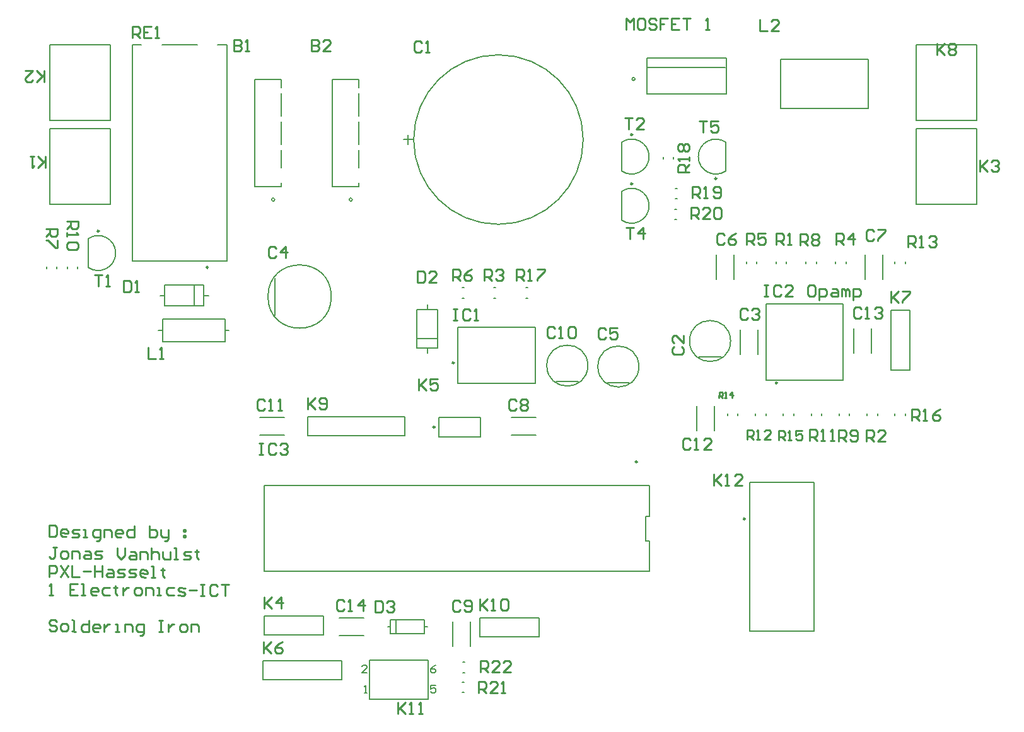
<source format=gbr>
G04*
G04 #@! TF.GenerationSoftware,Altium Limited,Altium Designer,23.2.1 (34)*
G04*
G04 Layer_Color=65535*
%FSLAX25Y25*%
%MOIN*%
G70*
G04*
G04 #@! TF.SameCoordinates,AA8C1714-0897-42F8-9FD5-1005084B58DB*
G04*
G04*
G04 #@! TF.FilePolarity,Positive*
G04*
G01*
G75*
%ADD10C,0.00984*%
%ADD11C,0.00787*%
%ADD12C,0.00600*%
%ADD13C,0.00591*%
%ADD14C,0.01000*%
D10*
X146492Y382114D02*
G03*
X146492Y382114I-492J0D01*
G01*
X472992Y409886D02*
G03*
X472992Y409886I-492J0D01*
G01*
X428492Y407114D02*
G03*
X428492Y407114I-492J0D01*
G01*
Y433114D02*
G03*
X428492Y433114I-492J0D01*
G01*
X487992Y230000D02*
G03*
X487992Y230000I-492J0D01*
G01*
X324008Y278500D02*
G03*
X324008Y278500I-492J0D01*
G01*
X334157Y312500D02*
G03*
X334157Y312500I-492J0D01*
G01*
X505051Y301886D02*
G03*
X505051Y301886I-492J0D01*
G01*
X204157Y362968D02*
G03*
X204157Y362968I-492J0D01*
G01*
X430992Y260073D02*
G03*
X430992Y260073I-492J0D01*
G01*
D11*
X140744Y362886D02*
G03*
X140742Y378113I5257J7614D01*
G01*
X477757Y429114D02*
G03*
X477758Y413887I-5257J-7614D01*
G01*
X422744Y387886D02*
G03*
X422742Y403113I5257J7614D01*
G01*
X422744Y413886D02*
G03*
X422742Y429113I5257J7614D01*
G01*
X140744Y362887D02*
Y378113D01*
X196618Y342764D02*
Y353236D01*
X178646Y348000D02*
X181264D01*
X201736D02*
X204354D01*
X201736Y342488D02*
Y353512D01*
X181264D02*
X201736D01*
X181264Y342488D02*
Y353512D01*
Y342488D02*
X201736D01*
X551432Y356492D02*
Y369508D01*
X560708Y356492D02*
Y369508D01*
X525614Y364882D02*
Y365867D01*
X520102Y364882D02*
Y365867D01*
X484256Y284508D02*
Y285492D01*
X478744Y284508D02*
Y285492D01*
X477756Y413887D02*
Y429113D01*
X422744Y387887D02*
Y403113D01*
Y413887D02*
Y429113D01*
X572756Y364882D02*
Y365867D01*
X567244Y364882D02*
Y365867D01*
X490476Y249409D02*
X524295D01*
X490476Y170591D02*
Y249409D01*
Y170591D02*
X524295D01*
Y249409D01*
X578556Y396271D02*
Y436271D01*
X610445Y396271D02*
Y436271D01*
X578556Y396271D02*
X610445D01*
X578556Y436271D02*
X610445D01*
X578556Y440500D02*
Y480500D01*
X610445Y440500D02*
Y480500D01*
X578556Y440500D02*
X610445D01*
X578556Y480500D02*
X610445D01*
X326016Y273303D02*
Y283697D01*
Y273303D02*
X347984D01*
Y283697D01*
X326016D02*
X347984D01*
X336028Y301476D02*
X376972D01*
X336028Y331398D02*
X376972D01*
X336028Y301476D02*
Y331398D01*
X376972Y301476D02*
Y331398D01*
X471638Y276492D02*
Y289508D01*
X462362Y276492D02*
Y289508D01*
X493494Y284508D02*
Y285492D01*
X499006Y284508D02*
Y285492D01*
X508244Y284508D02*
Y285492D01*
X513756Y284508D02*
Y285492D01*
X499106Y303421D02*
Y343579D01*
Y303421D02*
X539894D01*
Y343579D01*
X499106D02*
X539894D01*
X522994Y284508D02*
Y285492D01*
X528506Y284508D02*
Y285492D01*
X537744Y284508D02*
Y285492D01*
X543256Y284508D02*
Y285492D01*
X567244Y284508D02*
Y285492D01*
X572756Y284508D02*
Y285492D01*
X552494Y284508D02*
Y285492D01*
X558006Y284508D02*
Y285492D01*
X212996Y329500D02*
X215146D01*
X177854D02*
X180004D01*
Y323496D02*
Y335504D01*
Y323496D02*
X212996D01*
Y335504D01*
X180004D02*
X212996D01*
X463594Y315535D02*
X475406D01*
X338669Y148744D02*
X339654D01*
X338669Y154256D02*
X339654D01*
X338508Y143756D02*
X339492D01*
X338508Y138244D02*
X339492D01*
X450669Y393756D02*
X451654D01*
X450669Y388244D02*
X451654D01*
X451008Y404756D02*
X451992D01*
X451008Y399244D02*
X451992D01*
X444744Y420346D02*
Y421331D01*
X450256Y420346D02*
Y421331D01*
X120555Y440500D02*
X152444D01*
X120555Y480500D02*
X152444D01*
X120555Y440500D02*
Y480500D01*
X152444Y440500D02*
Y480500D01*
X120555Y396272D02*
X152444D01*
X120555Y436272D02*
X152444D01*
X120555Y396272D02*
Y436272D01*
X152444Y396272D02*
Y436271D01*
X124256Y362346D02*
Y363331D01*
X118744Y362346D02*
Y363331D01*
X129744Y362346D02*
Y363331D01*
X135256Y362346D02*
Y363331D01*
X320591Y134705D02*
Y155295D01*
X289409D02*
X320591D01*
X289409Y134705D02*
X320591D01*
X289409D02*
Y155295D01*
X415094Y302035D02*
X426906D01*
X239409Y337657D02*
Y357343D01*
X164000Y366413D02*
Y480587D01*
X209177D02*
X214000D01*
X179650D02*
X198350D01*
X164000D02*
X168823D01*
X214000Y366413D02*
Y480587D01*
X164000Y366413D02*
X214000D01*
X355258Y352256D02*
X356242D01*
X355258Y346744D02*
X356242D01*
X338508Y352256D02*
X339492D01*
X338508Y346744D02*
X339492D01*
X314764Y325382D02*
X325236D01*
X320000Y340736D02*
Y343354D01*
Y317646D02*
Y320264D01*
X314488D02*
X325512D01*
Y340736D01*
X314488D02*
X325512D01*
X314488Y320264D02*
Y340736D01*
X372008Y352256D02*
X372992D01*
X372008Y346744D02*
X372992D01*
X504388Y364882D02*
Y365867D01*
X509900Y364882D02*
Y365867D01*
X535816Y364882D02*
Y365867D01*
X541328Y364882D02*
Y365867D01*
X488674Y364882D02*
Y365867D01*
X494186Y364882D02*
Y365867D01*
X482138Y356492D02*
Y369508D01*
X472862Y356492D02*
Y369508D01*
X485362Y317038D02*
Y330055D01*
X494638Y317038D02*
Y330055D01*
X554638Y317492D02*
Y330508D01*
X545362Y317492D02*
Y330508D01*
X388094Y302535D02*
X399906D01*
X342638Y162492D02*
Y175508D01*
X333362Y162492D02*
Y175508D01*
X364492Y283638D02*
X377508D01*
X364492Y274362D02*
X377508D01*
X231445Y283638D02*
X244462D01*
X231445Y274362D02*
X244462D01*
X437375Y231357D02*
Y247563D01*
X435407Y231357D02*
X437375D01*
X435407Y218393D02*
Y231357D01*
Y218393D02*
X437375D01*
Y202187D02*
Y218393D01*
X233625Y202187D02*
X437375D01*
X233625D02*
Y247563D01*
X437375D01*
X347752Y177500D02*
X379248D01*
X347752Y167500D02*
Y177500D01*
Y167500D02*
X379248D01*
Y177500D01*
X256752Y284000D02*
X308248D01*
X256752Y274000D02*
Y284000D01*
Y274000D02*
X308248D01*
Y284000D01*
X233252Y145000D02*
Y155000D01*
X274748D01*
Y145000D02*
Y155000D01*
X233252Y145000D02*
X274748D01*
X233752Y168500D02*
X265248D01*
Y178500D01*
X233752D02*
X265248D01*
X233752Y168500D02*
Y178500D01*
X300524Y176760D02*
X318476D01*
Y169240D02*
Y176760D01*
X300524Y169240D02*
X318476D01*
X300524D02*
Y176760D01*
X303594Y169634D02*
Y176366D01*
X298949Y173000D02*
X300524D01*
X318476D02*
X320051D01*
X273445Y168362D02*
X286462D01*
X273445Y177638D02*
X286462D01*
X565000Y308752D02*
Y340248D01*
Y308752D02*
X575000D01*
Y340248D01*
X565000D02*
X575000D01*
D12*
X402400Y430500D02*
G03*
X402400Y430500I-44800J0D01*
G01*
X239300Y398750D02*
G03*
X239300Y398750I-800J0D01*
G01*
X280300D02*
G03*
X280300Y398750I-800J0D01*
G01*
X429850Y462500D02*
G03*
X429850Y462500I-800J0D01*
G01*
X307300Y430500D02*
X312300D01*
X309800Y428000D02*
Y433000D01*
X242748Y443015D02*
Y454985D01*
Y428015D02*
Y439985D01*
Y415486D02*
Y424985D01*
X228748Y405750D02*
X242748D01*
X228748D02*
Y462250D01*
X242748D01*
Y405750D02*
Y407514D01*
Y458015D02*
Y462250D01*
X283748Y458015D02*
Y462250D01*
Y405750D02*
Y407514D01*
X269748Y462250D02*
X283748D01*
X269748Y405750D02*
Y462250D01*
Y405750D02*
X283748D01*
Y415486D02*
Y424985D01*
Y428015D02*
Y439985D01*
Y443015D02*
Y454985D01*
X436550Y468630D02*
X477450D01*
X436050Y454730D02*
X477950D01*
Y473630D01*
X436050D02*
X477950D01*
X436050Y454730D02*
Y473630D01*
X506750Y446900D02*
Y473100D01*
X553250Y446900D02*
Y473100D01*
X506750Y446900D02*
X553250D01*
X506750Y473100D02*
X553250D01*
X324477Y152542D02*
X323144Y151876D01*
X321811Y150543D01*
Y149210D01*
X322478Y148543D01*
X323810D01*
X324477Y149210D01*
Y149876D01*
X323810Y150543D01*
X321811D01*
X324477Y141912D02*
X321811D01*
Y139913D01*
X323144Y140579D01*
X323810D01*
X324477Y139913D01*
Y138580D01*
X323810Y137913D01*
X322478D01*
X321811Y138580D01*
X288099Y148543D02*
X285433D01*
X288099Y151209D01*
Y151876D01*
X287432Y152542D01*
X286100D01*
X285433Y151876D01*
X286614Y137913D02*
X287947D01*
X287281D01*
Y141912D01*
X286614Y141246D01*
D13*
X480327Y324000D02*
G03*
X480327Y324000I-10827J0D01*
G01*
X431827Y310500D02*
G03*
X431827Y310500I-10827J0D01*
G01*
X269232Y347500D02*
G03*
X269232Y347500I-16732J0D01*
G01*
X404827Y311000D02*
G03*
X404827Y311000I-10827J0D01*
G01*
D14*
X489002Y272001D02*
Y276999D01*
X491501D01*
X492334Y276166D01*
Y274500D01*
X491501Y273667D01*
X489002D01*
X490668D02*
X492334Y272001D01*
X494000D02*
X495667D01*
X494834D01*
Y276999D01*
X494000Y276166D01*
X501498Y272001D02*
X498166D01*
X501498Y275333D01*
Y276166D01*
X500665Y276999D01*
X498999D01*
X498166Y276166D01*
X120201Y226481D02*
X120181Y220483D01*
X123180Y220473D01*
X124183Y221469D01*
X124197Y225468D01*
X123200Y226471D01*
X120201Y226481D01*
X129178Y220453D02*
X127179Y220460D01*
X126182Y221462D01*
X126189Y223462D01*
X127192Y224458D01*
X129192Y224451D01*
X130188Y223448D01*
X130184Y222448D01*
X126186Y222462D01*
X132177Y220442D02*
X135176Y220432D01*
X136179Y221428D01*
X135183Y222431D01*
X133183Y222438D01*
X132187Y223441D01*
X133190Y224438D01*
X136189Y224427D01*
X138175Y220422D02*
X140174Y220415D01*
X139175Y220419D01*
X139188Y224417D01*
X138189Y224421D01*
X145166Y218399D02*
X146166Y218395D01*
X147169Y219391D01*
X147186Y224390D01*
X144187Y224400D01*
X143184Y223404D01*
X143177Y221405D01*
X144173Y220402D01*
X147172Y220391D01*
X149171Y220384D02*
X149185Y224383D01*
X152184Y224373D01*
X153180Y223370D01*
X153170Y220371D01*
X158168Y220354D02*
X156169Y220360D01*
X155173Y221364D01*
X155180Y223363D01*
X156183Y224359D01*
X158182Y224352D01*
X159178Y223349D01*
X159175Y222350D01*
X155176Y222363D01*
X165187Y226328D02*
X165166Y220330D01*
X162167Y220340D01*
X161171Y221343D01*
X161178Y223342D01*
X162181Y224339D01*
X165180Y224328D01*
X173184Y226301D02*
X173163Y220303D01*
X176162Y220292D01*
X177165Y221288D01*
X177169Y222288D01*
X177172Y223288D01*
X176176Y224291D01*
X173177Y224301D01*
X179175Y224281D02*
X179165Y221282D01*
X180161Y220279D01*
X183160Y220268D01*
X183157Y219269D01*
X182154Y218272D01*
X181154Y218276D01*
X183160Y220268D02*
X183174Y224267D01*
X191171Y224240D02*
X192171Y224236D01*
X192167Y223237D01*
X191168Y223240D01*
X191171Y224240D01*
X191161Y221241D02*
X192160Y221237D01*
X192157Y220238D01*
X191157Y220241D01*
X191161Y221241D01*
X124160Y214871D02*
X122161Y214878D01*
X123161Y214874D01*
X123144Y209876D01*
X122141Y208880D01*
X121141Y208883D01*
X120145Y209886D01*
X127139Y208862D02*
X129138Y208856D01*
X130141Y209852D01*
X130148Y211851D01*
X129152Y212854D01*
X127153Y212861D01*
X126149Y211865D01*
X126143Y209866D01*
X127139Y208862D01*
X132137Y208845D02*
X132151Y212844D01*
X135150Y212834D01*
X136146Y211831D01*
X136136Y208832D01*
X139149Y212820D02*
X141148Y212813D01*
X142144Y211810D01*
X142134Y208811D01*
X139135Y208822D01*
X138139Y209825D01*
X139142Y210821D01*
X142141Y210811D01*
X144133Y208804D02*
X147132Y208794D01*
X148135Y209790D01*
X147139Y210794D01*
X145140Y210800D01*
X144144Y211804D01*
X145147Y212800D01*
X148146Y212790D01*
X156150Y214762D02*
X156136Y210763D01*
X158129Y208757D01*
X160135Y210749D01*
X160149Y214748D01*
X163141Y212738D02*
X165140Y212732D01*
X166136Y211729D01*
X166126Y208729D01*
X163127Y208740D01*
X162131Y209743D01*
X163134Y210739D01*
X166133Y210729D01*
X168125Y208723D02*
X168139Y212721D01*
X171138Y212711D01*
X172134Y211708D01*
X172124Y208709D01*
X174144Y214700D02*
X174124Y208702D01*
X174134Y211701D01*
X175137Y212697D01*
X177136Y212691D01*
X178132Y211687D01*
X178122Y208688D01*
X180135Y212680D02*
X180125Y209681D01*
X181121Y208678D01*
X184120Y208668D01*
X184134Y212667D01*
X186119Y208661D02*
X188119Y208654D01*
X187119Y208658D01*
X187140Y214656D01*
X186140Y214659D01*
X191118Y208644D02*
X194117Y208634D01*
X195120Y209630D01*
X194124Y210633D01*
X192124Y210640D01*
X191128Y211643D01*
X192131Y212639D01*
X195130Y212629D01*
X198133Y213619D02*
X198129Y212619D01*
X197130Y212622D01*
X199129Y212615D01*
X198129Y212619D01*
X198119Y209620D01*
X199115Y208617D01*
X120108Y199289D02*
X120129Y205287D01*
X123128Y205276D01*
X124124Y204274D01*
X124117Y202274D01*
X123114Y201278D01*
X120115Y201288D01*
X126127Y205266D02*
X130105Y199255D01*
X130126Y205253D02*
X126107Y199268D01*
X132125Y205246D02*
X132105Y199248D01*
X136103Y199234D01*
X138113Y202226D02*
X142112Y202213D01*
X144121Y205205D02*
X144101Y199207D01*
X144111Y202206D01*
X148109Y202192D01*
X148120Y205191D01*
X148099Y199193D01*
X151112Y203182D02*
X153111Y203175D01*
X154107Y202172D01*
X154097Y199173D01*
X151098Y199183D01*
X150102Y200186D01*
X151105Y201182D01*
X154104Y201172D01*
X156097Y199166D02*
X159096Y199156D01*
X160099Y200152D01*
X159102Y201155D01*
X157103Y201162D01*
X156107Y202165D01*
X157110Y203161D01*
X160109Y203151D01*
X162095Y199145D02*
X165094Y199135D01*
X166097Y200132D01*
X165101Y201135D01*
X163101Y201141D01*
X162105Y202145D01*
X163108Y203141D01*
X166107Y203131D01*
X171092Y199115D02*
X169092Y199122D01*
X168096Y200125D01*
X168103Y202124D01*
X169106Y203120D01*
X171105Y203113D01*
X172102Y202110D01*
X172098Y201111D01*
X168099Y201124D01*
X174091Y199104D02*
X176090Y199098D01*
X175090Y199101D01*
X175111Y205099D01*
X174111Y205102D01*
X180106Y204082D02*
X180102Y203083D01*
X179103Y203086D01*
X181102Y203079D01*
X180102Y203083D01*
X180092Y200084D01*
X181088Y199081D01*
X120076Y189691D02*
X122075Y189684D01*
X121075Y189688D01*
X121096Y195686D01*
X120093Y194690D01*
X135091Y195638D02*
X131093Y195652D01*
X131072Y189654D01*
X135071Y189640D01*
X131082Y192653D02*
X133082Y192646D01*
X137070Y189633D02*
X139069Y189626D01*
X138070Y189630D01*
X138090Y195628D01*
X137091Y195631D01*
X145068Y189606D02*
X143068Y189613D01*
X142072Y190616D01*
X142079Y192615D01*
X143082Y193611D01*
X145081Y193605D01*
X146077Y192601D01*
X146074Y191602D01*
X142075Y191615D01*
X152079Y193581D02*
X149080Y193591D01*
X148077Y192595D01*
X148070Y190595D01*
X149066Y189592D01*
X152065Y189582D01*
X155081Y194570D02*
X155078Y193570D01*
X154078Y193574D01*
X156078Y193567D01*
X155078Y193570D01*
X155068Y190571D01*
X156064Y189568D01*
X159076Y193557D02*
X159063Y189558D01*
X159070Y191557D01*
X160073Y192554D01*
X161076Y193550D01*
X162075Y193546D01*
X166061Y189534D02*
X168060Y189527D01*
X169063Y190524D01*
X169070Y192523D01*
X168074Y193526D01*
X166074Y193533D01*
X165071Y192537D01*
X165064Y190537D01*
X166061Y189534D01*
X171059Y189517D02*
X171073Y193516D01*
X174072Y193506D01*
X175068Y192502D01*
X175058Y189504D01*
X177057Y189497D02*
X179056Y189490D01*
X178057Y189493D01*
X178070Y193492D01*
X177071Y193495D01*
X186068Y193465D02*
X183069Y193475D01*
X182066Y192479D01*
X182059Y190479D01*
X183055Y189476D01*
X186054Y189466D01*
X188053Y189459D02*
X191052Y189449D01*
X192055Y190445D01*
X191059Y191448D01*
X189060Y191455D01*
X188064Y192458D01*
X189067Y193454D01*
X192066Y193444D01*
X194062Y192438D02*
X198060Y192424D01*
X200070Y195416D02*
X202069Y195409D01*
X201069Y195413D01*
X201049Y189415D01*
X200049Y189418D01*
X202049Y189411D01*
X209064Y194386D02*
X208067Y195389D01*
X206068Y195396D01*
X205065Y194399D01*
X205051Y190401D01*
X206047Y189398D01*
X208047Y189391D01*
X209050Y190387D01*
X211066Y195379D02*
X215065Y195365D01*
X213066Y195372D01*
X213045Y189374D01*
X124026Y175481D02*
X123030Y176484D01*
X121030Y176490D01*
X120027Y175494D01*
X120024Y174495D01*
X121020Y173492D01*
X123020Y173485D01*
X124016Y172482D01*
X124012Y171482D01*
X123009Y170486D01*
X121010Y170492D01*
X120014Y171496D01*
X127008Y170472D02*
X129007Y170465D01*
X130010Y171461D01*
X130017Y173461D01*
X129021Y174464D01*
X127022Y174471D01*
X126019Y173475D01*
X126012Y171475D01*
X127008Y170472D01*
X132006Y170455D02*
X134006Y170448D01*
X133006Y170452D01*
X133026Y176450D01*
X132027Y176453D01*
X141024Y176422D02*
X141003Y170424D01*
X138004Y170434D01*
X137008Y171438D01*
X137015Y173437D01*
X138018Y174433D01*
X141017Y174423D01*
X146002Y170407D02*
X144002Y170414D01*
X143006Y171417D01*
X143013Y173416D01*
X144016Y174413D01*
X146015Y174406D01*
X147012Y173403D01*
X147008Y172403D01*
X143009Y172417D01*
X149014Y174396D02*
X149001Y170397D01*
X149007Y172396D01*
X150011Y173393D01*
X151014Y174389D01*
X152013Y174385D01*
X154999Y170377D02*
X156998Y170370D01*
X155998Y170373D01*
X156012Y174372D01*
X155012Y174375D01*
X159997Y170359D02*
X160011Y174358D01*
X163010Y174348D01*
X164006Y173345D01*
X163996Y170346D01*
X167988Y168333D02*
X168987Y168329D01*
X169990Y169326D01*
X170007Y174324D01*
X167008Y174334D01*
X166005Y173338D01*
X165998Y171339D01*
X166995Y170336D01*
X169994Y170325D01*
X178012Y176296D02*
X180011Y176289D01*
X179011Y176293D01*
X178991Y170295D01*
X177991Y170298D01*
X179990Y170291D01*
X183003Y174280D02*
X182990Y170281D01*
X182996Y172280D01*
X183999Y173277D01*
X185003Y174273D01*
X186002Y174269D01*
X189987Y170257D02*
X191987Y170250D01*
X192990Y171247D01*
X192996Y173246D01*
X192000Y174249D01*
X190001Y174256D01*
X188998Y173259D01*
X188991Y171260D01*
X189987Y170257D01*
X194985Y170240D02*
X194999Y174239D01*
X197998Y174229D01*
X198995Y173225D01*
X198984Y170226D01*
X217700Y483198D02*
Y477200D01*
X220699D01*
X221699Y478200D01*
Y479199D01*
X220699Y480199D01*
X217700D01*
X220699D01*
X221699Y481199D01*
Y482198D01*
X220699Y483198D01*
X217700D01*
X223698Y477200D02*
X225697D01*
X224698D01*
Y483198D01*
X223698Y482198D01*
X258700Y483198D02*
Y477200D01*
X261699D01*
X262699Y478200D01*
Y479199D01*
X261699Y480199D01*
X258700D01*
X261699D01*
X262699Y481199D01*
Y482198D01*
X261699Y483198D01*
X258700D01*
X268697Y477200D02*
X264698D01*
X268697Y481199D01*
Y482198D01*
X267697Y483198D01*
X265698D01*
X264698Y482198D01*
X463800Y440198D02*
X467799D01*
X465799D01*
Y434200D01*
X473797Y440198D02*
X469798D01*
Y437199D01*
X471797Y438199D01*
X472797D01*
X473797Y437199D01*
Y435200D01*
X472797Y434200D01*
X470798D01*
X469798Y435200D01*
X425002Y383999D02*
X429000D01*
X427001D01*
Y378001D01*
X433999D02*
Y383999D01*
X431000Y381000D01*
X434998D01*
X424502Y441999D02*
X428500D01*
X426501D01*
Y436001D01*
X434498D02*
X430500D01*
X434498Y440000D01*
Y440999D01*
X433499Y441999D01*
X431499D01*
X430500Y440999D01*
X144001Y358999D02*
X148000D01*
X146001D01*
Y353001D01*
X149999D02*
X151999D01*
X150999D01*
Y358999D01*
X149999Y357999D01*
X164200Y484400D02*
Y490398D01*
X167199D01*
X168199Y489398D01*
Y487399D01*
X167199Y486399D01*
X164200D01*
X166199D02*
X168199Y484400D01*
X174197Y490398D02*
X170198D01*
Y484400D01*
X174197D01*
X170198Y487399D02*
X172197D01*
X176196Y484400D02*
X178196D01*
X177196D01*
Y490398D01*
X176196Y489398D01*
X348164Y149001D02*
Y154999D01*
X351163D01*
X352163Y153999D01*
Y152000D01*
X351163Y151000D01*
X348164D01*
X350163D02*
X352163Y149001D01*
X358161D02*
X354162D01*
X358161Y153000D01*
Y153999D01*
X357161Y154999D01*
X355162D01*
X354162Y153999D01*
X364159Y149001D02*
X360160D01*
X364159Y153000D01*
Y153999D01*
X363159Y154999D01*
X361160D01*
X360160Y153999D01*
X347002Y138001D02*
Y143999D01*
X350001D01*
X351001Y142999D01*
Y141000D01*
X350001Y140000D01*
X347002D01*
X349002D02*
X351001Y138001D01*
X356999D02*
X353000D01*
X356999Y142000D01*
Y142999D01*
X355999Y143999D01*
X354000D01*
X353000Y142999D01*
X358998Y138001D02*
X360998D01*
X359998D01*
Y143999D01*
X358998Y142999D01*
X459503Y388501D02*
Y394499D01*
X462502D01*
X463501Y393499D01*
Y391500D01*
X462502Y390500D01*
X459503D01*
X461502D02*
X463501Y388501D01*
X469499D02*
X465501D01*
X469499Y392500D01*
Y393499D01*
X468500Y394499D01*
X466500D01*
X465501Y393499D01*
X471499D02*
X472498Y394499D01*
X474498D01*
X475497Y393499D01*
Y389501D01*
X474498Y388501D01*
X472498D01*
X471499Y389501D01*
Y393499D01*
X460164Y399501D02*
Y405499D01*
X463163D01*
X464163Y404499D01*
Y402500D01*
X463163Y401500D01*
X460164D01*
X462163D02*
X464163Y399501D01*
X466162D02*
X468161D01*
X467162D01*
Y405499D01*
X466162Y404499D01*
X471160Y400501D02*
X472160Y399501D01*
X474159D01*
X475159Y400501D01*
Y404499D01*
X474159Y405499D01*
X472160D01*
X471160Y404499D01*
Y403500D01*
X472160Y402500D01*
X475159D01*
X458499Y413341D02*
X452501D01*
Y416340D01*
X453501Y417340D01*
X455500D01*
X456500Y416340D01*
Y413341D01*
Y415340D02*
X458499Y417340D01*
Y419339D02*
Y421338D01*
Y420339D01*
X452501D01*
X453501Y419339D01*
Y424337D02*
X452501Y425337D01*
Y427337D01*
X453501Y428336D01*
X454500D01*
X455500Y427337D01*
X456500Y428336D01*
X457499D01*
X458499Y427337D01*
Y425337D01*
X457499Y424337D01*
X456500D01*
X455500Y425337D01*
X454500Y424337D01*
X453501D01*
X455500Y425337D02*
Y427337D01*
X367000Y356100D02*
Y362098D01*
X369999D01*
X370999Y361098D01*
Y359099D01*
X369999Y358099D01*
X367000D01*
X368999D02*
X370999Y356100D01*
X372998D02*
X374997D01*
X373998D01*
Y362098D01*
X372998Y361098D01*
X377996Y362098D02*
X381995D01*
Y361098D01*
X377996Y357100D01*
Y356100D01*
X576002Y282001D02*
Y287999D01*
X579002D01*
X580001Y286999D01*
Y285000D01*
X579002Y284000D01*
X576002D01*
X578002D02*
X580001Y282001D01*
X582000D02*
X584000D01*
X583000D01*
Y287999D01*
X582000Y286999D01*
X590998Y287999D02*
X588998Y286999D01*
X586999Y285000D01*
Y283001D01*
X587998Y282001D01*
X589998D01*
X590998Y283001D01*
Y284000D01*
X589998Y285000D01*
X586999D01*
X505752Y271501D02*
Y276499D01*
X508251D01*
X509084Y275666D01*
Y274000D01*
X508251Y273167D01*
X505752D01*
X507418D02*
X509084Y271501D01*
X510750D02*
X512417D01*
X511584D01*
Y276499D01*
X510750Y275666D01*
X518248Y276499D02*
X514916D01*
Y274000D01*
X516582Y274833D01*
X517415D01*
X518248Y274000D01*
Y272334D01*
X517415Y271501D01*
X515749D01*
X514916Y272334D01*
X474225Y294069D02*
X474279Y297068D01*
X475778Y297040D01*
X476269Y296532D01*
X476251Y295532D01*
X475742Y295041D01*
X474243Y295069D01*
X475242Y295051D02*
X476224Y294033D01*
X477223Y294014D02*
X478223Y293996D01*
X477723Y294005D01*
X477777Y297004D01*
X477269Y296513D01*
X481221Y293941D02*
X481276Y296940D01*
X479749Y295468D01*
X481748Y295432D01*
X574002Y373501D02*
Y379499D01*
X577001D01*
X578001Y378499D01*
Y376500D01*
X577001Y375500D01*
X574002D01*
X576002D02*
X578001Y373501D01*
X580000D02*
X582000D01*
X581000D01*
Y379499D01*
X580000Y378499D01*
X584999D02*
X585998Y379499D01*
X587998D01*
X588998Y378499D01*
Y377500D01*
X587998Y376500D01*
X586998D01*
X587998D01*
X588998Y375500D01*
Y374501D01*
X587998Y373501D01*
X585998D01*
X584999Y374501D01*
X522252Y271340D02*
Y277338D01*
X525251D01*
X526251Y276338D01*
Y274339D01*
X525251Y273339D01*
X522252D01*
X524252D02*
X526251Y271340D01*
X528250D02*
X530250D01*
X529250D01*
Y277338D01*
X528250Y276338D01*
X533249Y271340D02*
X535248D01*
X534248D01*
Y277338D01*
X533249Y276338D01*
X129501Y387336D02*
X135499D01*
Y384337D01*
X134499Y383337D01*
X132500D01*
X131500Y384337D01*
Y387336D01*
Y385337D02*
X129501Y383337D01*
Y381338D02*
Y379339D01*
Y380338D01*
X135499D01*
X134499Y381338D01*
Y376340D02*
X135499Y375340D01*
Y373341D01*
X134499Y372341D01*
X130501D01*
X129501Y373341D01*
Y375340D01*
X130501Y376340D01*
X134499D01*
X537502Y271001D02*
Y276999D01*
X540501D01*
X541500Y275999D01*
Y274000D01*
X540501Y273000D01*
X537502D01*
X539501D02*
X541500Y271001D01*
X543500Y272001D02*
X544499Y271001D01*
X546499D01*
X547498Y272001D01*
Y275999D01*
X546499Y276999D01*
X544499D01*
X543500Y275999D01*
Y275000D01*
X544499Y274000D01*
X547498D01*
X517002Y374501D02*
Y380499D01*
X520001D01*
X521000Y379499D01*
Y377500D01*
X520001Y376500D01*
X517002D01*
X519001D02*
X521000Y374501D01*
X523000Y379499D02*
X523999Y380499D01*
X525999D01*
X526998Y379499D01*
Y378500D01*
X525999Y377500D01*
X526998Y376500D01*
Y375501D01*
X525999Y374501D01*
X523999D01*
X523000Y375501D01*
Y376500D01*
X523999Y377500D01*
X523000Y378500D01*
Y379499D01*
X523999Y377500D02*
X525999D01*
X118501Y383337D02*
X124499D01*
Y380338D01*
X123499Y379338D01*
X121500D01*
X120500Y380338D01*
Y383337D01*
Y381338D02*
X118501Y379338D01*
X124499Y377339D02*
Y373340D01*
X123499D01*
X119501Y377339D01*
X118501D01*
X333500Y356100D02*
Y362098D01*
X336499D01*
X337499Y361098D01*
Y359099D01*
X336499Y358099D01*
X333500D01*
X335499D02*
X337499Y356100D01*
X343497Y362098D02*
X341497Y361098D01*
X339498Y359099D01*
Y357100D01*
X340498Y356100D01*
X342497D01*
X343497Y357100D01*
Y358099D01*
X342497Y359099D01*
X339498D01*
X488830Y374874D02*
Y380873D01*
X491829D01*
X492829Y379873D01*
Y377873D01*
X491829Y376874D01*
X488830D01*
X490830D02*
X492829Y374874D01*
X498827Y380873D02*
X494828D01*
Y377873D01*
X496828Y378873D01*
X497827D01*
X498827Y377873D01*
Y375874D01*
X497827Y374874D01*
X495828D01*
X494828Y375874D01*
X535972Y374874D02*
Y380873D01*
X538971D01*
X539971Y379873D01*
Y377873D01*
X538971Y376874D01*
X535972D01*
X537971D02*
X539971Y374874D01*
X544969D02*
Y380873D01*
X541970Y377873D01*
X545969D01*
X350211Y356100D02*
Y362098D01*
X353210D01*
X354210Y361098D01*
Y359099D01*
X353210Y358099D01*
X350211D01*
X352211D02*
X354210Y356100D01*
X356209Y361098D02*
X357209Y362098D01*
X359208D01*
X360208Y361098D01*
Y360099D01*
X359208Y359099D01*
X358209D01*
X359208D01*
X360208Y358099D01*
Y357100D01*
X359208Y356100D01*
X357209D01*
X356209Y357100D01*
X552252Y271001D02*
Y276999D01*
X555251D01*
X556250Y275999D01*
Y274000D01*
X555251Y273000D01*
X552252D01*
X554251D02*
X556250Y271001D01*
X562248D02*
X558250D01*
X562248Y275000D01*
Y275999D01*
X561249Y276999D01*
X559249D01*
X558250Y275999D01*
X504544Y374874D02*
Y380873D01*
X507543D01*
X508543Y379873D01*
Y377873D01*
X507543Y376874D01*
X504544D01*
X506543D02*
X508543Y374874D01*
X510542D02*
X512541D01*
X511542D01*
Y380873D01*
X510542Y379873D01*
X425000Y488600D02*
Y494598D01*
X426999Y492599D01*
X428999Y494598D01*
Y488600D01*
X433997Y494598D02*
X431998D01*
X430998Y493598D01*
Y489600D01*
X431998Y488600D01*
X433997D01*
X434997Y489600D01*
Y493598D01*
X433997Y494598D01*
X440995Y493598D02*
X439995Y494598D01*
X437996D01*
X436996Y493598D01*
Y492599D01*
X437996Y491599D01*
X439995D01*
X440995Y490599D01*
Y489600D01*
X439995Y488600D01*
X437996D01*
X436996Y489600D01*
X446993Y494598D02*
X442994D01*
Y491599D01*
X444993D01*
X442994D01*
Y488600D01*
X452991Y494598D02*
X448992D01*
Y488600D01*
X452991D01*
X448992Y491599D02*
X450992D01*
X454990Y494598D02*
X458989D01*
X456990D01*
Y488600D01*
X466986D02*
X468986D01*
X467986D01*
Y494598D01*
X466986Y493598D01*
X495800Y494098D02*
Y488100D01*
X499799D01*
X505797D02*
X501798D01*
X505797Y492099D01*
Y493098D01*
X504797Y494098D01*
X502798D01*
X501798Y493098D01*
X172501Y320499D02*
Y314501D01*
X176500D01*
X178499D02*
X180499D01*
X179499D01*
Y320499D01*
X178499Y319499D01*
X471502Y253499D02*
Y247501D01*
Y249500D01*
X475501Y253499D01*
X472502Y250500D01*
X475501Y247501D01*
X477500D02*
X479500D01*
X478500D01*
Y253499D01*
X477500Y252499D01*
X486498Y247501D02*
X482499D01*
X486498Y251500D01*
Y252499D01*
X485498Y253499D01*
X483498D01*
X482499Y252499D01*
X304502Y132999D02*
Y127001D01*
Y129000D01*
X308501Y132999D01*
X305502Y130000D01*
X308501Y127001D01*
X310500D02*
X312499D01*
X311500D01*
Y132999D01*
X310500Y131999D01*
X315498Y127001D02*
X317498D01*
X316498D01*
Y132999D01*
X315498Y131999D01*
X347800Y187498D02*
Y181500D01*
Y183499D01*
X351799Y187498D01*
X348800Y184499D01*
X351799Y181500D01*
X353798D02*
X355797D01*
X354798D01*
Y187498D01*
X353798Y186498D01*
X358796D02*
X359796Y187498D01*
X361795D01*
X362795Y186498D01*
Y182500D01*
X361795Y181500D01*
X359796D01*
X358796Y182500D01*
Y186498D01*
X256800Y293998D02*
Y288000D01*
Y289999D01*
X260799Y293998D01*
X257800Y290999D01*
X260799Y288000D01*
X262798Y289000D02*
X263798Y288000D01*
X265797D01*
X266797Y289000D01*
Y292998D01*
X265797Y293998D01*
X263798D01*
X262798Y292998D01*
Y291999D01*
X263798Y290999D01*
X266797D01*
X589500Y481298D02*
Y475300D01*
Y477299D01*
X593499Y481298D01*
X590500Y478299D01*
X593499Y475300D01*
X595498Y480298D02*
X596498Y481298D01*
X598497D01*
X599497Y480298D01*
Y479299D01*
X598497Y478299D01*
X599497Y477299D01*
Y476300D01*
X598497Y475300D01*
X596498D01*
X595498Y476300D01*
Y477299D01*
X596498Y478299D01*
X595498Y479299D01*
Y480298D01*
X596498Y478299D02*
X598497D01*
X565000Y350198D02*
Y344200D01*
Y346199D01*
X568999Y350198D01*
X566000Y347199D01*
X568999Y344200D01*
X570998Y350198D02*
X574997D01*
Y349198D01*
X570998Y345200D01*
Y344200D01*
X233300Y164998D02*
Y159000D01*
Y160999D01*
X237299Y164998D01*
X234300Y161999D01*
X237299Y159000D01*
X243297Y164998D02*
X241297Y163998D01*
X239298Y161999D01*
Y160000D01*
X240298Y159000D01*
X242297D01*
X243297Y160000D01*
Y160999D01*
X242297Y161999D01*
X239298D01*
X315300Y303898D02*
Y297900D01*
Y299899D01*
X319299Y303898D01*
X316300Y300899D01*
X319299Y297900D01*
X325297Y303898D02*
X321298D01*
Y300899D01*
X323297Y301899D01*
X324297D01*
X325297Y300899D01*
Y298900D01*
X324297Y297900D01*
X322298D01*
X321298Y298900D01*
X233800Y188498D02*
Y182500D01*
Y184499D01*
X237799Y188498D01*
X234800Y185499D01*
X237799Y182500D01*
X242797D02*
Y188498D01*
X239798Y185499D01*
X243797D01*
X612002Y419770D02*
Y413772D01*
Y415772D01*
X616000Y419770D01*
X613001Y416771D01*
X616000Y413772D01*
X618000Y418771D02*
X618999Y419770D01*
X620999D01*
X621998Y418771D01*
Y417771D01*
X620999Y416771D01*
X619999D01*
X620999D01*
X621998Y415772D01*
Y414772D01*
X620999Y413772D01*
X618999D01*
X618000Y414772D01*
X117498Y461001D02*
Y466999D01*
Y465000D01*
X113500Y461001D01*
X116499Y464000D01*
X113500Y466999D01*
X107502D02*
X111500D01*
X107502Y463000D01*
Y462001D01*
X108501Y461001D01*
X110501D01*
X111500Y462001D01*
X117999Y415772D02*
Y421770D01*
Y419771D01*
X114000Y415772D01*
X116999Y418771D01*
X114000Y421770D01*
X112001D02*
X110001D01*
X111001D01*
Y415772D01*
X112001Y416772D01*
X231000Y270098D02*
X232999D01*
X232000D01*
Y264100D01*
X231000D01*
X232999D01*
X239997Y269098D02*
X238997Y270098D01*
X236998D01*
X235998Y269098D01*
Y265100D01*
X236998Y264100D01*
X238997D01*
X239997Y265100D01*
X241996Y269098D02*
X242996Y270098D01*
X244995D01*
X245995Y269098D01*
Y268099D01*
X244995Y267099D01*
X243996D01*
X244995D01*
X245995Y266099D01*
Y265100D01*
X244995Y264100D01*
X242996D01*
X241996Y265100D01*
X498008Y353499D02*
X500008D01*
X499008D01*
Y347501D01*
X498008D01*
X500008D01*
X507005Y352499D02*
X506006Y353499D01*
X504006D01*
X503007Y352499D01*
Y348500D01*
X504006Y347501D01*
X506006D01*
X507005Y348500D01*
X513003Y347501D02*
X509005D01*
X513003Y351499D01*
Y352499D01*
X512004Y353499D01*
X510004D01*
X509005Y352499D01*
X524000Y353499D02*
X522001D01*
X521001Y352499D01*
Y348500D01*
X522001Y347501D01*
X524000D01*
X525000Y348500D01*
Y352499D01*
X524000Y353499D01*
X526999Y345501D02*
Y351499D01*
X529998D01*
X530998Y350500D01*
Y348500D01*
X529998Y347501D01*
X526999D01*
X533997Y351499D02*
X535996D01*
X536996Y350500D01*
Y347501D01*
X533997D01*
X532997Y348500D01*
X533997Y349500D01*
X536996D01*
X538995Y347501D02*
Y351499D01*
X539995D01*
X540994Y350500D01*
Y347501D01*
Y350500D01*
X541994Y351499D01*
X542994Y350500D01*
Y347501D01*
X544993Y345501D02*
Y351499D01*
X547992D01*
X548992Y350500D01*
Y348500D01*
X547992Y347501D01*
X544993D01*
X333700Y340898D02*
X335699D01*
X334700D01*
Y334900D01*
X333700D01*
X335699D01*
X342697Y339898D02*
X341697Y340898D01*
X339698D01*
X338698Y339898D01*
Y335900D01*
X339698Y334900D01*
X341697D01*
X342697Y335900D01*
X344696Y334900D02*
X346696D01*
X345696D01*
Y340898D01*
X344696Y339898D01*
X292300Y186498D02*
Y180500D01*
X295299D01*
X296299Y181500D01*
Y185498D01*
X295299Y186498D01*
X292300D01*
X298298Y185498D02*
X299298Y186498D01*
X301297D01*
X302297Y185498D01*
Y184499D01*
X301297Y183499D01*
X300297D01*
X301297D01*
X302297Y182499D01*
Y181500D01*
X301297Y180500D01*
X299298D01*
X298298Y181500D01*
X314700Y360798D02*
Y354800D01*
X317699D01*
X318699Y355800D01*
Y359798D01*
X317699Y360798D01*
X314700D01*
X324697Y354800D02*
X320698D01*
X324697Y358799D01*
Y359798D01*
X323697Y360798D01*
X321698D01*
X320698Y359798D01*
X159501Y355999D02*
Y350001D01*
X162500D01*
X163500Y351001D01*
Y354999D01*
X162500Y355999D01*
X159501D01*
X165499Y350001D02*
X167499D01*
X166499D01*
Y355999D01*
X165499Y354999D01*
X276099Y186398D02*
X275099Y187398D01*
X273100D01*
X272100Y186398D01*
Y182400D01*
X273100Y181400D01*
X275099D01*
X276099Y182400D01*
X278098Y181400D02*
X280097D01*
X279098D01*
Y187398D01*
X278098Y186398D01*
X286095Y181400D02*
Y187398D01*
X283096Y184399D01*
X287095D01*
X549599Y340898D02*
X548599Y341898D01*
X546600D01*
X545600Y340898D01*
Y336900D01*
X546600Y335900D01*
X548599D01*
X549599Y336900D01*
X551598Y335900D02*
X553597D01*
X552598D01*
Y341898D01*
X551598Y340898D01*
X556596D02*
X557596Y341898D01*
X559595D01*
X560595Y340898D01*
Y339899D01*
X559595Y338899D01*
X558596D01*
X559595D01*
X560595Y337899D01*
Y336900D01*
X559595Y335900D01*
X557596D01*
X556596Y336900D01*
X459001Y271499D02*
X458002Y272499D01*
X456002D01*
X455002Y271499D01*
Y267501D01*
X456002Y266501D01*
X458002D01*
X459001Y267501D01*
X461000Y266501D02*
X463000D01*
X462000D01*
Y272499D01*
X461000Y271499D01*
X469998Y266501D02*
X465999D01*
X469998Y270500D01*
Y271499D01*
X468998Y272499D01*
X466998D01*
X465999Y271499D01*
X234099Y292398D02*
X233099Y293398D01*
X231100D01*
X230100Y292398D01*
Y288400D01*
X231100Y287400D01*
X233099D01*
X234099Y288400D01*
X236098Y287400D02*
X238097D01*
X237098D01*
Y293398D01*
X236098Y292398D01*
X241096Y287400D02*
X243096D01*
X242096D01*
Y293398D01*
X241096Y292398D01*
X387399Y330598D02*
X386399Y331598D01*
X384400D01*
X383400Y330598D01*
Y326600D01*
X384400Y325600D01*
X386399D01*
X387399Y326600D01*
X389398Y325600D02*
X391397D01*
X390398D01*
Y331598D01*
X389398Y330598D01*
X394396D02*
X395396Y331598D01*
X397395D01*
X398395Y330598D01*
Y326600D01*
X397395Y325600D01*
X395396D01*
X394396Y326600D01*
Y330598D01*
X337599Y185898D02*
X336599Y186898D01*
X334600D01*
X333600Y185898D01*
Y181900D01*
X334600Y180900D01*
X336599D01*
X337599Y181900D01*
X339598D02*
X340598Y180900D01*
X342597D01*
X343597Y181900D01*
Y185898D01*
X342597Y186898D01*
X340598D01*
X339598Y185898D01*
Y184899D01*
X340598Y183899D01*
X343597D01*
X367099Y292398D02*
X366099Y293398D01*
X364100D01*
X363100Y292398D01*
Y288400D01*
X364100Y287400D01*
X366099D01*
X367099Y288400D01*
X369098Y292398D02*
X370098Y293398D01*
X372097D01*
X373097Y292398D01*
Y291399D01*
X372097Y290399D01*
X373097Y289399D01*
Y288400D01*
X372097Y287400D01*
X370098D01*
X369098Y288400D01*
Y289399D01*
X370098Y290399D01*
X369098Y291399D01*
Y292398D01*
X370098Y290399D02*
X372097D01*
X556000Y381999D02*
X555001Y382999D01*
X553001D01*
X552002Y381999D01*
Y378001D01*
X553001Y377001D01*
X555001D01*
X556000Y378001D01*
X558000Y382999D02*
X561998D01*
Y381999D01*
X558000Y378001D01*
Y377001D01*
X477099Y379845D02*
X476099Y380844D01*
X474100D01*
X473100Y379845D01*
Y375846D01*
X474100Y374846D01*
X476099D01*
X477099Y375846D01*
X483097Y380844D02*
X481097Y379845D01*
X479098Y377845D01*
Y375846D01*
X480098Y374846D01*
X482097D01*
X483097Y375846D01*
Y376846D01*
X482097Y377845D01*
X479098D01*
X414399Y330098D02*
X413399Y331098D01*
X411400D01*
X410400Y330098D01*
Y326100D01*
X411400Y325100D01*
X413399D01*
X414399Y326100D01*
X420397Y331098D02*
X416398D01*
Y328099D01*
X418397Y329099D01*
X419397D01*
X420397Y328099D01*
Y326100D01*
X419397Y325100D01*
X417398D01*
X416398Y326100D01*
X239999Y372998D02*
X238999Y373998D01*
X237000D01*
X236000Y372998D01*
Y369000D01*
X237000Y368000D01*
X238999D01*
X239999Y369000D01*
X244997Y368000D02*
Y373998D01*
X241998Y370999D01*
X245997D01*
X489599Y340398D02*
X488599Y341398D01*
X486600D01*
X485600Y340398D01*
Y336400D01*
X486600Y335400D01*
X488599D01*
X489599Y336400D01*
X491598Y340398D02*
X492598Y341398D01*
X494597D01*
X495597Y340398D01*
Y339399D01*
X494597Y338399D01*
X493597D01*
X494597D01*
X495597Y337399D01*
Y336400D01*
X494597Y335400D01*
X492598D01*
X491598Y336400D01*
X450501Y320937D02*
X449501Y319938D01*
Y317938D01*
X450501Y316939D01*
X454499D01*
X455499Y317938D01*
Y319938D01*
X454499Y320937D01*
X455499Y326935D02*
Y322937D01*
X451500Y326935D01*
X450501D01*
X449501Y325936D01*
Y323936D01*
X450501Y322937D01*
X317000Y481499D02*
X316000Y482499D01*
X314001D01*
X313001Y481499D01*
Y477501D01*
X314001Y476501D01*
X316000D01*
X317000Y477501D01*
X318999Y476501D02*
X320999D01*
X319999D01*
Y482499D01*
X318999Y481499D01*
M02*

</source>
